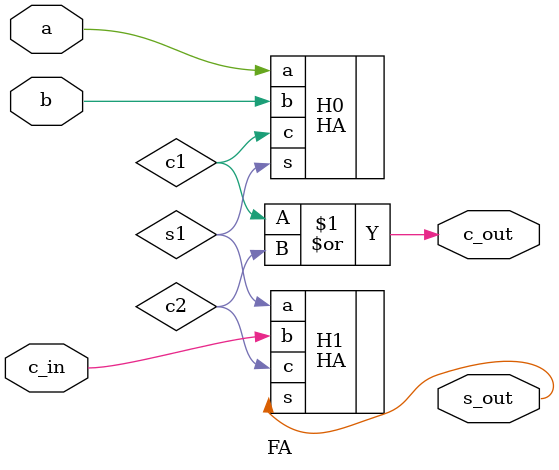
<source format=v>

module FA (a,b,c_in,s_out,c_out);

	input a,b,c_in;
	output c_out , s_out;
	
	
	wire c1,c2,s1;
	
	HA H0 
	(
	.a(a),
	.b(b),
	.c(c1),
	.s(s1)
	);
	
		HA H1 
	(
	.a(s1),
	.b(c_in),
	.c(c2),
	.s(s_out)
	);
	
	assign c_out = c1 | c2;
	
endmodule

</source>
